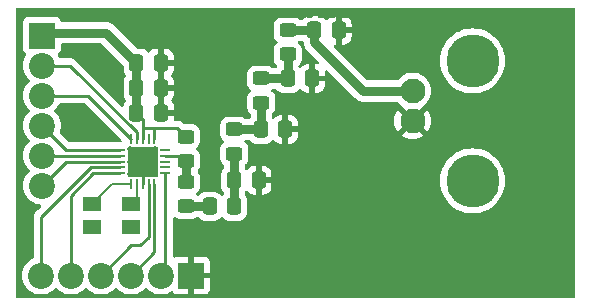
<source format=gbr>
%TF.GenerationSoftware,KiCad,Pcbnew,8.0.3*%
%TF.CreationDate,2024-10-19T23:10:20+02:00*%
%TF.ProjectId,aprs_test_board,61707273-5f74-4657-9374-5f626f617264,rev?*%
%TF.SameCoordinates,Original*%
%TF.FileFunction,Copper,L1,Top*%
%TF.FilePolarity,Positive*%
%FSLAX46Y46*%
G04 Gerber Fmt 4.6, Leading zero omitted, Abs format (unit mm)*
G04 Created by KiCad (PCBNEW 8.0.3) date 2024-10-19 23:10:20*
%MOMM*%
%LPD*%
G01*
G04 APERTURE LIST*
G04 Aperture macros list*
%AMRoundRect*
0 Rectangle with rounded corners*
0 $1 Rounding radius*
0 $2 $3 $4 $5 $6 $7 $8 $9 X,Y pos of 4 corners*
0 Add a 4 corners polygon primitive as box body*
4,1,4,$2,$3,$4,$5,$6,$7,$8,$9,$2,$3,0*
0 Add four circle primitives for the rounded corners*
1,1,$1+$1,$2,$3*
1,1,$1+$1,$4,$5*
1,1,$1+$1,$6,$7*
1,1,$1+$1,$8,$9*
0 Add four rect primitives between the rounded corners*
20,1,$1+$1,$2,$3,$4,$5,0*
20,1,$1+$1,$4,$5,$6,$7,0*
20,1,$1+$1,$6,$7,$8,$9,0*
20,1,$1+$1,$8,$9,$2,$3,0*%
G04 Aperture macros list end*
%TA.AperFunction,SMDPad,CuDef*%
%ADD10R,1.600000X1.300000*%
%TD*%
%TA.AperFunction,SMDPad,CuDef*%
%ADD11RoundRect,0.250000X-0.337500X-0.475000X0.337500X-0.475000X0.337500X0.475000X-0.337500X0.475000X0*%
%TD*%
%TA.AperFunction,SMDPad,CuDef*%
%ADD12RoundRect,0.250000X0.450000X-0.325000X0.450000X0.325000X-0.450000X0.325000X-0.450000X-0.325000X0*%
%TD*%
%TA.AperFunction,SMDPad,CuDef*%
%ADD13RoundRect,0.250000X0.337500X0.475000X-0.337500X0.475000X-0.337500X-0.475000X0.337500X-0.475000X0*%
%TD*%
%TA.AperFunction,SMDPad,CuDef*%
%ADD14RoundRect,0.250000X-0.450000X0.325000X-0.450000X-0.325000X0.450000X-0.325000X0.450000X0.325000X0*%
%TD*%
%TA.AperFunction,HeatsinkPad*%
%ADD15C,0.500000*%
%TD*%
%TA.AperFunction,ComponentPad*%
%ADD16R,2.200000X2.200000*%
%TD*%
%TA.AperFunction,ComponentPad*%
%ADD17C,2.200000*%
%TD*%
%TA.AperFunction,SMDPad,CuDef*%
%ADD18RoundRect,0.062500X0.362500X0.062500X-0.362500X0.062500X-0.362500X-0.062500X0.362500X-0.062500X0*%
%TD*%
%TA.AperFunction,SMDPad,CuDef*%
%ADD19RoundRect,0.062500X0.062500X0.362500X-0.062500X0.362500X-0.062500X-0.362500X0.062500X-0.362500X0*%
%TD*%
%TA.AperFunction,HeatsinkPad*%
%ADD20R,2.600000X2.600000*%
%TD*%
%TA.AperFunction,ComponentPad*%
%ADD21C,2.100000*%
%TD*%
%TA.AperFunction,ComponentPad*%
%ADD22C,4.500000*%
%TD*%
%TA.AperFunction,ViaPad*%
%ADD23C,0.600000*%
%TD*%
%TA.AperFunction,Conductor*%
%ADD24C,0.200000*%
%TD*%
%TA.AperFunction,Conductor*%
%ADD25C,0.250000*%
%TD*%
%TA.AperFunction,Conductor*%
%ADD26C,0.800000*%
%TD*%
G04 APERTURE END LIST*
D10*
%TO.P,Y1,1,1*%
%TO.N,Net-(U1-XIN)*%
X99920000Y-106980000D03*
%TO.P,Y1,2,2*%
%TO.N,Net-(U1-XOUT)*%
X96620000Y-106980000D03*
%TO.P,Y1,3*%
%TO.N,N/C*%
X96620000Y-108980000D03*
%TO.P,Y1,4*%
X99920000Y-108980000D03*
%TD*%
D11*
%TO.P,C8,1*%
%TO.N,+3.3V*%
X100345000Y-95080000D03*
%TO.P,C8,2*%
%TO.N,GND*%
X102420000Y-95080000D03*
%TD*%
D12*
%TO.P,L4,1,1*%
%TO.N,Net-(C3-Pad2)*%
X110910000Y-98430000D03*
%TO.P,L4,2,2*%
%TO.N,Net-(C4-Pad2)*%
X110910000Y-96380000D03*
%TD*%
D13*
%TO.P,C5,1*%
%TO.N,GND*%
X117467500Y-92300000D03*
%TO.P,C5,2*%
%TO.N,Net-(J1-In)*%
X115392500Y-92300000D03*
%TD*%
%TO.P,C4,1*%
%TO.N,GND*%
X115237500Y-96385000D03*
%TO.P,C4,2*%
%TO.N,Net-(C4-Pad2)*%
X113162500Y-96385000D03*
%TD*%
D12*
%TO.P,L5,1,1*%
%TO.N,Net-(C4-Pad2)*%
X113160000Y-94355000D03*
%TO.P,L5,2,2*%
%TO.N,Net-(J1-In)*%
X113160000Y-92305000D03*
%TD*%
D13*
%TO.P,C3,1*%
%TO.N,GND*%
X112957500Y-100685000D03*
%TO.P,C3,2*%
%TO.N,Net-(C3-Pad2)*%
X110882500Y-100685000D03*
%TD*%
D14*
%TO.P,L1,1,1*%
%TO.N,+3.3V*%
X104530000Y-101312500D03*
%TO.P,L1,2,2*%
%TO.N,Net-(U1-TX)*%
X104530000Y-103362500D03*
%TD*%
D13*
%TO.P,C2,1*%
%TO.N,GND*%
X110687500Y-104995000D03*
%TO.P,C2,2*%
%TO.N,Net-(C1-Pad2)*%
X108612500Y-104995000D03*
%TD*%
D11*
%TO.P,C7,1*%
%TO.N,+3.3V*%
X100345000Y-97190000D03*
%TO.P,C7,2*%
%TO.N,GND*%
X102420000Y-97190000D03*
%TD*%
D15*
%TO.P,,21,GND*%
%TO.N,GND*%
X99820000Y-103420000D03*
%TD*%
D11*
%TO.P,C6,1*%
%TO.N,+3.3V*%
X100342500Y-99290000D03*
%TO.P,C6,2*%
%TO.N,GND*%
X102417500Y-99290000D03*
%TD*%
D16*
%TO.P,J2,1,Pin_1*%
%TO.N,+3.3V*%
X92350000Y-92750000D03*
D17*
%TO.P,J2,2,Pin_2*%
%TO.N,Net-(J2-Pin_2)*%
X92350000Y-95290000D03*
%TO.P,J2,3,Pin_3*%
%TO.N,Net-(J2-Pin_3)*%
X92350000Y-97830000D03*
%TO.P,J2,4,Pin_4*%
%TO.N,Net-(J2-Pin_4)*%
X92350000Y-100370000D03*
%TO.P,J2,5,Pin_5*%
%TO.N,Net-(J2-Pin_5)*%
X92350000Y-102910000D03*
%TO.P,J2,6,Pin_6*%
%TO.N,Net-(J2-Pin_6)*%
X92350000Y-105450000D03*
%TD*%
D16*
%TO.P,J3,1,Pin_1*%
%TO.N,GND*%
X104960000Y-113070000D03*
D17*
%TO.P,J3,2,Pin_2*%
%TO.N,/SDN*%
X102420000Y-113070000D03*
%TO.P,J3,3,Pin_3*%
%TO.N,Net-(J3-Pin_3)*%
X99880000Y-113070000D03*
%TO.P,J3,4,Pin_4*%
%TO.N,Net-(J3-Pin_4)*%
X97340000Y-113070000D03*
%TO.P,J3,5,Pin_5*%
%TO.N,Net-(J3-Pin_5)*%
X94800000Y-113070000D03*
%TO.P,J3,6,Pin_6*%
%TO.N,Net-(J3-Pin_6)*%
X92260000Y-113070000D03*
%TD*%
D15*
%TO.P,,21,GND*%
%TO.N,GND*%
X100870000Y-104470000D03*
%TD*%
D14*
%TO.P,L2,1,1*%
%TO.N,Net-(U1-TX)*%
X104520000Y-105160000D03*
%TO.P,L2,2,2*%
%TO.N,Net-(C1-Pad1)*%
X104520000Y-107210000D03*
%TD*%
D18*
%TO.P,U1,1,SDN*%
%TO.N,/SDN*%
X102795000Y-104420000D03*
%TO.P,U1,2,RXp*%
%TO.N,unconnected-(U1-RXp-Pad2)*%
X102795000Y-103920000D03*
%TO.P,U1,3,RXn*%
%TO.N,unconnected-(U1-RXn-Pad3)*%
X102795000Y-103420000D03*
%TO.P,U1,4,TX*%
%TO.N,Net-(U1-TX)*%
X102795000Y-102920000D03*
%TO.P,U1,5,NC*%
%TO.N,unconnected-(U1-NC-Pad5)*%
X102795000Y-102420000D03*
D19*
%TO.P,U1,6,VDD*%
%TO.N,+3.3V*%
X101870000Y-101495000D03*
%TO.P,U1,7,TXRAMP*%
%TO.N,unconnected-(U1-TXRAMP-Pad7)*%
X101370000Y-101495000D03*
%TO.P,U1,8,VDD*%
%TO.N,+3.3V*%
X100870000Y-101495000D03*
%TO.P,U1,9,GPIO0*%
%TO.N,Net-(J2-Pin_2)*%
X100370000Y-101495000D03*
%TO.P,U1,10,GPIO1*%
%TO.N,Net-(J2-Pin_3)*%
X99870000Y-101495000D03*
D18*
%TO.P,U1,11,~{IRQ}*%
%TO.N,Net-(J2-Pin_4)*%
X98945000Y-102420000D03*
%TO.P,U1,12,SCLK*%
%TO.N,Net-(J2-Pin_5)*%
X98945000Y-102920000D03*
%TO.P,U1,13,SDO*%
%TO.N,Net-(J2-Pin_6)*%
X98945000Y-103420000D03*
%TO.P,U1,14,SDI*%
%TO.N,Net-(J3-Pin_6)*%
X98945000Y-103920000D03*
%TO.P,U1,15,~{SEL}*%
%TO.N,Net-(J3-Pin_5)*%
X98945000Y-104420000D03*
D19*
%TO.P,U1,16,XOUT*%
%TO.N,Net-(U1-XOUT)*%
X99870000Y-105345000D03*
%TO.P,U1,17,XIN*%
%TO.N,Net-(U1-XIN)*%
X100370000Y-105345000D03*
%TO.P,U1,18,GND*%
%TO.N,GND*%
X100870000Y-105345000D03*
%TO.P,U1,19,GPIO2*%
%TO.N,Net-(J3-Pin_4)*%
X101370000Y-105345000D03*
%TO.P,U1,20,GPIO3*%
%TO.N,Net-(J3-Pin_3)*%
X101870000Y-105345000D03*
D15*
%TO.P,U1,21,GND*%
%TO.N,GND*%
X101920000Y-104470000D03*
X101920000Y-102370000D03*
D20*
X100870000Y-103420000D03*
D15*
X99820000Y-104470000D03*
X99820000Y-102370000D03*
%TD*%
%TO.P,,21,GND*%
%TO.N,GND*%
X100880000Y-103430000D03*
%TD*%
D12*
%TO.P,L3,1,1*%
%TO.N,Net-(C1-Pad2)*%
X108630000Y-102750000D03*
%TO.P,L3,2,2*%
%TO.N,Net-(C3-Pad2)*%
X108630000Y-100700000D03*
%TD*%
D15*
%TO.P,,21,GND*%
%TO.N,GND*%
X101920000Y-103420000D03*
%TD*%
%TO.P,,21,GND*%
%TO.N,GND*%
X100870000Y-102420000D03*
%TD*%
D21*
%TO.P,J1,1,In*%
%TO.N,Net-(J1-In)*%
X123720000Y-97440000D03*
%TO.P,J1,2,Ext*%
%TO.N,GND*%
X123720000Y-99980000D03*
D22*
%TO.P,J1,MH1*%
%TO.N,N/C*%
X128800000Y-94900000D03*
%TO.P,J1,MH2*%
X128800000Y-105060000D03*
%TD*%
D11*
%TO.P,C1,1*%
%TO.N,Net-(C1-Pad1)*%
X106542500Y-107205000D03*
%TO.P,C1,2*%
%TO.N,Net-(C1-Pad2)*%
X108617500Y-107205000D03*
%TD*%
D23*
%TO.N,GND*%
X117000000Y-98000000D03*
X106580000Y-104530000D03*
X135000000Y-114000000D03*
X134000000Y-110000000D03*
X116650000Y-96390000D03*
X109000000Y-110000000D03*
X133000000Y-114000000D03*
X134000000Y-98000000D03*
X119630000Y-95510000D03*
X104170000Y-108910000D03*
X117990000Y-93940000D03*
X106940000Y-108980000D03*
X112620000Y-98960000D03*
X118550000Y-94490000D03*
X117000000Y-110000000D03*
X137000000Y-100000000D03*
X98000000Y-91000000D03*
X109000000Y-114000000D03*
X106000000Y-91000000D03*
X129000000Y-110000000D03*
X122000000Y-94000000D03*
X111470000Y-93350000D03*
X108000000Y-99160000D03*
X137000000Y-102000000D03*
X137000000Y-110000000D03*
X110560000Y-94880000D03*
X137000000Y-92000000D03*
X106610000Y-101140000D03*
X132000000Y-91000000D03*
X126000000Y-91000000D03*
X115000000Y-114000000D03*
X121000000Y-110000000D03*
X106030000Y-108970000D03*
X121210000Y-98830000D03*
X112000000Y-91000000D03*
X111450000Y-92450000D03*
X128000000Y-91000000D03*
X118730000Y-98550000D03*
X130000000Y-91000000D03*
X125550000Y-94000000D03*
X110350000Y-103200000D03*
X107000000Y-114000000D03*
X107350000Y-99550000D03*
X113000000Y-91000000D03*
X113000000Y-106000000D03*
X136000000Y-91000000D03*
X121050000Y-96050000D03*
X91000000Y-110000000D03*
X124000000Y-91000000D03*
X107890000Y-108950000D03*
X106610000Y-102760000D03*
X113000000Y-110000000D03*
X137000000Y-94000000D03*
X111480000Y-94890000D03*
X125000000Y-110000000D03*
X137000000Y-96000000D03*
X108000000Y-95000000D03*
X110210000Y-107790000D03*
X96000000Y-91000000D03*
X118000000Y-91000000D03*
X137000000Y-98000000D03*
X109000000Y-99210000D03*
X137000000Y-112000000D03*
X102000000Y-91000000D03*
X111450000Y-91540000D03*
X121000000Y-106000000D03*
X117000000Y-106000000D03*
X123000000Y-114000000D03*
X125000000Y-114000000D03*
X117000000Y-114000000D03*
X109170000Y-96670000D03*
X100000000Y-91000000D03*
X111480000Y-94160000D03*
X129000000Y-114000000D03*
X117000000Y-102000000D03*
X106580000Y-105380000D03*
X125000000Y-106000000D03*
X120000000Y-91000000D03*
X137000000Y-108000000D03*
X105070000Y-108950000D03*
X137000000Y-114000000D03*
X121000000Y-102000000D03*
X114000000Y-91000000D03*
X134000000Y-102000000D03*
X118130000Y-98050000D03*
X104000000Y-91000000D03*
X117000000Y-91000000D03*
X112580000Y-98020000D03*
X134000000Y-106000000D03*
X137000000Y-104000000D03*
X121820000Y-96070000D03*
X109620000Y-94920000D03*
X117580000Y-97470000D03*
X119120000Y-95010000D03*
X113600000Y-98040000D03*
X125000000Y-102000000D03*
X122030000Y-98810000D03*
X109190000Y-95730000D03*
X134000000Y-91000000D03*
X137000000Y-106000000D03*
X119500000Y-98830000D03*
X116000000Y-91000000D03*
X113000000Y-114000000D03*
X110000000Y-91000000D03*
X121000000Y-114000000D03*
X109120000Y-98440000D03*
X134000000Y-94000000D03*
X122600000Y-95830000D03*
X119000000Y-114000000D03*
X115000000Y-91000000D03*
X106900000Y-100350000D03*
X110300000Y-106780000D03*
X127000000Y-114000000D03*
X116970000Y-96990000D03*
X120370000Y-98810000D03*
X131000000Y-114000000D03*
X111000000Y-114000000D03*
X91000000Y-108000000D03*
X108000000Y-91000000D03*
X108880000Y-108950000D03*
X96000000Y-100000000D03*
X96000000Y-95000000D03*
X120260000Y-95960000D03*
X106610000Y-103640000D03*
X122000000Y-91000000D03*
X104000000Y-95000000D03*
X109130000Y-97570000D03*
X109790000Y-108690000D03*
X110370000Y-102370000D03*
X106590000Y-101950000D03*
%TD*%
D24*
%TO.N,Net-(U1-XOUT)*%
X98255000Y-105345000D02*
X96620000Y-106980000D01*
X99870000Y-105345000D02*
X98255000Y-105345000D01*
%TO.N,Net-(U1-XIN)*%
X100370000Y-106530000D02*
X99920000Y-106980000D01*
X100370000Y-105345000D02*
X100370000Y-106530000D01*
D25*
%TO.N,Net-(J3-Pin_4)*%
X101370000Y-109825000D02*
X101370000Y-105345000D01*
X100685000Y-110510000D02*
X101370000Y-109825000D01*
X99900000Y-110510000D02*
X100685000Y-110510000D01*
X97340000Y-113070000D02*
X99900000Y-110510000D01*
%TO.N,Net-(J3-Pin_5)*%
X94800000Y-106300000D02*
X94800000Y-113070000D01*
X98945000Y-104420000D02*
X96680000Y-104420000D01*
X96680000Y-104420000D02*
X94800000Y-106300000D01*
D26*
%TO.N,Net-(C1-Pad2)*%
X108630000Y-102750000D02*
X108630000Y-104977500D01*
X108630000Y-104977500D02*
X108612500Y-104995000D01*
X108617500Y-105000000D02*
X108612500Y-104995000D01*
X108617500Y-107205000D02*
X108617500Y-105000000D01*
D25*
%TO.N,Net-(U1-TX)*%
X104087500Y-102920000D02*
X104530000Y-103362500D01*
D26*
X104530000Y-103362500D02*
X104530000Y-105150000D01*
D25*
X102795000Y-102920000D02*
X104087500Y-102920000D01*
D26*
X104530000Y-105150000D02*
X104520000Y-105160000D01*
D25*
%TO.N,GND*%
X100870000Y-105345000D02*
X100870000Y-104470000D01*
D26*
%TO.N,Net-(C3-Pad2)*%
X108630000Y-100700000D02*
X110867500Y-100700000D01*
X110867500Y-100700000D02*
X110882500Y-100685000D01*
X110910000Y-98430000D02*
X110910000Y-100657500D01*
X110910000Y-100657500D02*
X110882500Y-100685000D01*
%TO.N,Net-(C4-Pad2)*%
X110910000Y-96380000D02*
X113157500Y-96380000D01*
X113157500Y-96380000D02*
X113162500Y-96385000D01*
X113160000Y-96382500D02*
X113162500Y-96385000D01*
X113160000Y-94355000D02*
X113160000Y-96382500D01*
%TO.N,Net-(J1-In)*%
X119530000Y-97440000D02*
X123720000Y-97440000D01*
X113160000Y-92305000D02*
X115387500Y-92305000D01*
X115392500Y-92300000D02*
X115392500Y-93302500D01*
X115392500Y-93302500D02*
X119530000Y-97440000D01*
X115387500Y-92305000D02*
X115392500Y-92300000D01*
D25*
%TO.N,+3.3V*%
X101870000Y-100580000D02*
X103797500Y-100580000D01*
X101870000Y-100580000D02*
X100870000Y-100580000D01*
X100870000Y-100580000D02*
X100870000Y-99817500D01*
D26*
X100345000Y-99287500D02*
X100342500Y-99290000D01*
X100345000Y-97190000D02*
X100345000Y-99287500D01*
X97775000Y-92510000D02*
X100345000Y-95080000D01*
X100345000Y-95080000D02*
X100345000Y-97190000D01*
X92350000Y-92510000D02*
X97775000Y-92510000D01*
D25*
X101870000Y-101495000D02*
X101870000Y-100580000D01*
X100870000Y-99817500D02*
X100342500Y-99290000D01*
X100870000Y-101495000D02*
X100870000Y-100580000D01*
X103797500Y-100580000D02*
X104530000Y-101312500D01*
%TO.N,Net-(J2-Pin_4)*%
X98945000Y-102420000D02*
X94400000Y-102420000D01*
X94400000Y-102420000D02*
X92350000Y-100370000D01*
%TO.N,Net-(J2-Pin_5)*%
X98935000Y-102910000D02*
X98945000Y-102920000D01*
X92350000Y-102910000D02*
X98935000Y-102910000D01*
%TO.N,Net-(J2-Pin_6)*%
X94380000Y-103420000D02*
X98945000Y-103420000D01*
X92350000Y-105450000D02*
X94380000Y-103420000D01*
%TO.N,Net-(J2-Pin_2)*%
X100370000Y-100950000D02*
X100370000Y-101495000D01*
X92350000Y-95290000D02*
X94710000Y-95290000D01*
X94710000Y-95290000D02*
X100370000Y-100950000D01*
%TO.N,Net-(J2-Pin_3)*%
X92350000Y-97830000D02*
X96205000Y-97830000D01*
X96205000Y-97830000D02*
X99870000Y-101495000D01*
%TO.N,/SDN*%
X102795000Y-112695000D02*
X102420000Y-113070000D01*
X102795000Y-104420000D02*
X102795000Y-112695000D01*
%TO.N,Net-(J3-Pin_3)*%
X99880000Y-113070000D02*
X101870000Y-111080000D01*
X101870000Y-111080000D02*
X101870000Y-105345000D01*
D26*
%TO.N,Net-(C1-Pad1)*%
X106537500Y-107210000D02*
X106542500Y-107205000D01*
X104520000Y-107210000D02*
X106537500Y-107210000D01*
D25*
%TO.N,Net-(J3-Pin_6)*%
X96460000Y-103920000D02*
X92260000Y-108120000D01*
X92260000Y-108120000D02*
X92260000Y-113070000D01*
X98945000Y-103920000D02*
X96460000Y-103920000D01*
%TD*%
%TA.AperFunction,Conductor*%
%TO.N,GND*%
G36*
X101652514Y-102404501D02*
G01*
X101652674Y-102403905D01*
X101660524Y-102406008D01*
X101660526Y-102406008D01*
X101660528Y-102406009D01*
X101763661Y-102419586D01*
X101827556Y-102447852D01*
X101866028Y-102506176D01*
X101870414Y-102526341D01*
X101883989Y-102629469D01*
X101886094Y-102637322D01*
X101882814Y-102638200D01*
X101888581Y-102692073D01*
X101885516Y-102702524D01*
X101886094Y-102702679D01*
X101883990Y-102710530D01*
X101882049Y-102725269D01*
X101853779Y-102789164D01*
X101846793Y-102796757D01*
X101748553Y-102894999D01*
X101748553Y-102895001D01*
X101839212Y-102985660D01*
X101872697Y-103046983D01*
X101874470Y-103057156D01*
X101883989Y-103129469D01*
X101886094Y-103137322D01*
X101882814Y-103138200D01*
X101888581Y-103192073D01*
X101885517Y-103202522D01*
X101886095Y-103202677D01*
X101883990Y-103210529D01*
X101869500Y-103320598D01*
X101869500Y-103332678D01*
X101863355Y-103335224D01*
X101835224Y-103363355D01*
X101820000Y-103400109D01*
X101820000Y-103439891D01*
X101835224Y-103476645D01*
X101863355Y-103504776D01*
X101869500Y-103507321D01*
X101869500Y-103519403D01*
X101883989Y-103629468D01*
X101886094Y-103637322D01*
X101882814Y-103638200D01*
X101888581Y-103692073D01*
X101885517Y-103702522D01*
X101886095Y-103702677D01*
X101883991Y-103710529D01*
X101874470Y-103782843D01*
X101846203Y-103846740D01*
X101839213Y-103854337D01*
X101748553Y-103944999D01*
X101846793Y-104043239D01*
X101880278Y-104104562D01*
X101882051Y-104114735D01*
X101883991Y-104129473D01*
X101886094Y-104137320D01*
X101882803Y-104138201D01*
X101888595Y-104191998D01*
X101885508Y-104202519D01*
X101886095Y-104202677D01*
X101883991Y-104210528D01*
X101870413Y-104313661D01*
X101842146Y-104377557D01*
X101783822Y-104416028D01*
X101763658Y-104420414D01*
X101660530Y-104433989D01*
X101652678Y-104436094D01*
X101651802Y-104432824D01*
X101597853Y-104438567D01*
X101587475Y-104435518D01*
X101587321Y-104436094D01*
X101579476Y-104433991D01*
X101564730Y-104432050D01*
X101500835Y-104403781D01*
X101493238Y-104396792D01*
X101395000Y-104298553D01*
X101304338Y-104389214D01*
X101243014Y-104422698D01*
X101232841Y-104424471D01*
X101160536Y-104433989D01*
X101160527Y-104433991D01*
X101023573Y-104490719D01*
X101023570Y-104490721D01*
X100945486Y-104550637D01*
X100880317Y-104575831D01*
X100851889Y-104570000D01*
X100889891Y-104570000D01*
X100926645Y-104554776D01*
X100954776Y-104526645D01*
X100970000Y-104489891D01*
X100970000Y-104450109D01*
X100954776Y-104413355D01*
X100926645Y-104385224D01*
X100889891Y-104370000D01*
X100850109Y-104370000D01*
X100813355Y-104385224D01*
X100785224Y-104413355D01*
X100770000Y-104450109D01*
X100770000Y-104489891D01*
X100785224Y-104526645D01*
X100813355Y-104554776D01*
X100848363Y-104569276D01*
X100811872Y-104561792D01*
X100794514Y-104550637D01*
X100716429Y-104490721D01*
X100716426Y-104490719D01*
X100590519Y-104438567D01*
X100579472Y-104433991D01*
X100551269Y-104430278D01*
X100507154Y-104424470D01*
X100443258Y-104396203D01*
X100435658Y-104389212D01*
X100345000Y-104298553D01*
X100246758Y-104396794D01*
X100185434Y-104430278D01*
X100175264Y-104432051D01*
X100160528Y-104433991D01*
X100152677Y-104436095D01*
X100151802Y-104432829D01*
X100097823Y-104438562D01*
X100087476Y-104435523D01*
X100087323Y-104436095D01*
X100079473Y-104433991D01*
X100079472Y-104433991D01*
X100045299Y-104429492D01*
X99976338Y-104420413D01*
X99912442Y-104392146D01*
X99873971Y-104333822D01*
X99869585Y-104313658D01*
X99866814Y-104292608D01*
X99856009Y-104210528D01*
X99856008Y-104210526D01*
X99856008Y-104210524D01*
X99853905Y-104202674D01*
X99857207Y-104201789D01*
X99851392Y-104148075D01*
X99854501Y-104137485D01*
X99853905Y-104137326D01*
X99856006Y-104129481D01*
X99856006Y-104129478D01*
X99856009Y-104129472D01*
X99857949Y-104114735D01*
X99886211Y-104050843D01*
X99893206Y-104043239D01*
X99981445Y-103955000D01*
X100708553Y-103955000D01*
X100870000Y-104116447D01*
X101041447Y-103945000D01*
X100880000Y-103783553D01*
X100708553Y-103955000D01*
X99981445Y-103955000D01*
X99991446Y-103944999D01*
X99900786Y-103854339D01*
X99867301Y-103793016D01*
X99865529Y-103782849D01*
X99856009Y-103710528D01*
X99856008Y-103710525D01*
X99853905Y-103702674D01*
X99857207Y-103701789D01*
X99851392Y-103648075D01*
X99854501Y-103637485D01*
X99853905Y-103637326D01*
X99856008Y-103629475D01*
X99856008Y-103629474D01*
X99856009Y-103629472D01*
X99870500Y-103519401D01*
X99870499Y-103507321D01*
X99876645Y-103504776D01*
X99904776Y-103476645D01*
X99920000Y-103439891D01*
X99920000Y-103420000D01*
X100173553Y-103420000D01*
X100355000Y-103601447D01*
X100526447Y-103430000D01*
X100506556Y-103410109D01*
X100780000Y-103410109D01*
X100780000Y-103449891D01*
X100795224Y-103486645D01*
X100823355Y-103514776D01*
X100860109Y-103530000D01*
X100899891Y-103530000D01*
X100936645Y-103514776D01*
X100964776Y-103486645D01*
X100980000Y-103449891D01*
X100980000Y-103430000D01*
X101233553Y-103430000D01*
X101395000Y-103591447D01*
X101566447Y-103420000D01*
X101405000Y-103258553D01*
X101233553Y-103430000D01*
X100980000Y-103430000D01*
X100980000Y-103410109D01*
X100964776Y-103373355D01*
X100936645Y-103345224D01*
X100899891Y-103330000D01*
X100860109Y-103330000D01*
X100823355Y-103345224D01*
X100795224Y-103373355D01*
X100780000Y-103410109D01*
X100506556Y-103410109D01*
X100345000Y-103248553D01*
X100173553Y-103420000D01*
X99920000Y-103420000D01*
X99920000Y-103400109D01*
X99904776Y-103363355D01*
X99876645Y-103335224D01*
X99870499Y-103332678D01*
X99870499Y-103320600D01*
X99856009Y-103210528D01*
X99856008Y-103210525D01*
X99853905Y-103202674D01*
X99857207Y-103201789D01*
X99851392Y-103148075D01*
X99854501Y-103137485D01*
X99853905Y-103137326D01*
X99856008Y-103129474D01*
X99856007Y-103129474D01*
X99856009Y-103129472D01*
X99865529Y-103057154D01*
X99893795Y-102993259D01*
X99900787Y-102985658D01*
X99966445Y-102920000D01*
X100723553Y-102920000D01*
X100880000Y-103076447D01*
X101026447Y-102930000D01*
X100870000Y-102773553D01*
X100723553Y-102920000D01*
X99966445Y-102920000D01*
X99991446Y-102894999D01*
X99893207Y-102796760D01*
X99859722Y-102735437D01*
X99857948Y-102725260D01*
X99856009Y-102710528D01*
X99856008Y-102710525D01*
X99853906Y-102702679D01*
X99857208Y-102701794D01*
X99851392Y-102648075D01*
X99854501Y-102637485D01*
X99853905Y-102637326D01*
X99856008Y-102629475D01*
X99856008Y-102629474D01*
X99856009Y-102629472D01*
X99869586Y-102526337D01*
X99897852Y-102462443D01*
X99956176Y-102423971D01*
X99976337Y-102419585D01*
X100079472Y-102406009D01*
X100079474Y-102406008D01*
X100079475Y-102406008D01*
X100087326Y-102403905D01*
X100088210Y-102407207D01*
X100141925Y-102401392D01*
X100152514Y-102404501D01*
X100152674Y-102403905D01*
X100160519Y-102406006D01*
X100160521Y-102406006D01*
X100160528Y-102406009D01*
X100175263Y-102407948D01*
X100239157Y-102436212D01*
X100246759Y-102443206D01*
X100369999Y-102566446D01*
X100493238Y-102443207D01*
X100554562Y-102409722D01*
X100564728Y-102407949D01*
X100579472Y-102406009D01*
X100579475Y-102406007D01*
X100587321Y-102403906D01*
X100588205Y-102407208D01*
X100641925Y-102401392D01*
X100652514Y-102404501D01*
X100652674Y-102403905D01*
X100660524Y-102406008D01*
X100660526Y-102406008D01*
X100660528Y-102406009D01*
X100770000Y-102420421D01*
X100770000Y-102439891D01*
X100785224Y-102476645D01*
X100813355Y-102504776D01*
X100850109Y-102520000D01*
X100889891Y-102520000D01*
X100926645Y-102504776D01*
X100954776Y-102476645D01*
X100970000Y-102439891D01*
X100970000Y-102420420D01*
X100986087Y-102418302D01*
X101079472Y-102406009D01*
X101079475Y-102406007D01*
X101087326Y-102403905D01*
X101088210Y-102407207D01*
X101141925Y-102401392D01*
X101152514Y-102404501D01*
X101152674Y-102403905D01*
X101160519Y-102406006D01*
X101160521Y-102406006D01*
X101160528Y-102406009D01*
X101175263Y-102407948D01*
X101239157Y-102436212D01*
X101246759Y-102443206D01*
X101369999Y-102566446D01*
X101493239Y-102443206D01*
X101554562Y-102409721D01*
X101564729Y-102407949D01*
X101579472Y-102406009D01*
X101587321Y-102403906D01*
X101588205Y-102407208D01*
X101641925Y-102401392D01*
X101652514Y-102404501D01*
G37*
%TD.AperFunction*%
%TA.AperFunction,Conductor*%
G36*
X95961587Y-98475185D02*
G01*
X95982229Y-98491819D01*
X99073228Y-101582819D01*
X99106713Y-101644142D01*
X99101729Y-101713834D01*
X99059857Y-101769767D01*
X98994393Y-101794184D01*
X98985547Y-101794500D01*
X94710452Y-101794500D01*
X94643413Y-101774815D01*
X94622771Y-101758181D01*
X93892646Y-101028056D01*
X93859161Y-100966733D01*
X93864145Y-100897041D01*
X93865734Y-100893000D01*
X93876873Y-100866111D01*
X93935683Y-100621148D01*
X93955449Y-100370000D01*
X93935683Y-100118852D01*
X93876873Y-99873889D01*
X93780466Y-99641140D01*
X93648839Y-99426346D01*
X93648838Y-99426343D01*
X93485224Y-99234776D01*
X93472204Y-99223656D01*
X93437819Y-99194289D01*
X93399627Y-99135784D01*
X93399128Y-99065916D01*
X93436482Y-99006870D01*
X93437756Y-99005764D01*
X93485224Y-98965224D01*
X93648836Y-98773659D01*
X93780466Y-98558859D01*
X93791572Y-98532048D01*
X93835412Y-98477644D01*
X93901706Y-98455579D01*
X93906133Y-98455500D01*
X95894548Y-98455500D01*
X95961587Y-98475185D01*
G37*
%TD.AperFunction*%
%TA.AperFunction,Conductor*%
G36*
X97417677Y-93430185D02*
G01*
X97438319Y-93446819D01*
X99220681Y-95229181D01*
X99254166Y-95290504D01*
X99257000Y-95316862D01*
X99257000Y-95605000D01*
X99257001Y-95605019D01*
X99267500Y-95707796D01*
X99267501Y-95707799D01*
X99322685Y-95874331D01*
X99322687Y-95874336D01*
X99324404Y-95877119D01*
X99414788Y-96023656D01*
X99414790Y-96023658D01*
X99417766Y-96027422D01*
X99443907Y-96092217D01*
X99444500Y-96104333D01*
X99444500Y-96165666D01*
X99424815Y-96232705D01*
X99417770Y-96242572D01*
X99414791Y-96246339D01*
X99322687Y-96395663D01*
X99322685Y-96395668D01*
X99322615Y-96395880D01*
X99267501Y-96562203D01*
X99267501Y-96562204D01*
X99267500Y-96562204D01*
X99257000Y-96664983D01*
X99257000Y-97715001D01*
X99257001Y-97715019D01*
X99267500Y-97817796D01*
X99267501Y-97817799D01*
X99301573Y-97920619D01*
X99322686Y-97984334D01*
X99414788Y-98133656D01*
X99414790Y-98133658D01*
X99417766Y-98137422D01*
X99443907Y-98202217D01*
X99444500Y-98214333D01*
X99444500Y-98262770D01*
X99424815Y-98329809D01*
X99416331Y-98340337D01*
X99416766Y-98340681D01*
X99412290Y-98346341D01*
X99320187Y-98495663D01*
X99320185Y-98495668D01*
X99265001Y-98662204D01*
X99263880Y-98673175D01*
X99237482Y-98737866D01*
X99180301Y-98778016D01*
X99110490Y-98780878D01*
X99052841Y-98748251D01*
X95200198Y-94895608D01*
X95200178Y-94895586D01*
X95108733Y-94804141D01*
X95057509Y-94769915D01*
X95006287Y-94735689D01*
X95006286Y-94735688D01*
X95006283Y-94735686D01*
X95006280Y-94735685D01*
X94925792Y-94702347D01*
X94892453Y-94688537D01*
X94882427Y-94686543D01*
X94832029Y-94676518D01*
X94771610Y-94664500D01*
X94771607Y-94664500D01*
X94771606Y-94664500D01*
X93906133Y-94664500D01*
X93839094Y-94644815D01*
X93793339Y-94592011D01*
X93791572Y-94587952D01*
X93780467Y-94561143D01*
X93780466Y-94561141D01*
X93713769Y-94452302D01*
X93699478Y-94428982D01*
X93681234Y-94361538D01*
X93702350Y-94294935D01*
X93730891Y-94264929D01*
X93807546Y-94207546D01*
X93893796Y-94092331D01*
X93944091Y-93957483D01*
X93950500Y-93897873D01*
X93950500Y-93534500D01*
X93970185Y-93467461D01*
X94022989Y-93421706D01*
X94074500Y-93410500D01*
X97350638Y-93410500D01*
X97417677Y-93430185D01*
G37*
%TD.AperFunction*%
%TA.AperFunction,Conductor*%
G36*
X137442539Y-90460185D02*
G01*
X137488294Y-90512989D01*
X137499500Y-90564500D01*
X137499500Y-114865500D01*
X137479815Y-114932539D01*
X137427011Y-114978294D01*
X137375500Y-114989500D01*
X90234500Y-114989500D01*
X90167461Y-114969815D01*
X90121706Y-114917011D01*
X90110500Y-114865500D01*
X90110500Y-113070000D01*
X90654551Y-113070000D01*
X90674317Y-113321151D01*
X90733126Y-113566110D01*
X90829533Y-113798859D01*
X90961160Y-114013653D01*
X90961161Y-114013656D01*
X90961164Y-114013659D01*
X91124776Y-114205224D01*
X91209259Y-114277379D01*
X91316343Y-114368838D01*
X91316346Y-114368839D01*
X91531140Y-114500466D01*
X91763889Y-114596873D01*
X92008852Y-114655683D01*
X92260000Y-114675449D01*
X92511148Y-114655683D01*
X92756111Y-114596873D01*
X92988859Y-114500466D01*
X93203659Y-114368836D01*
X93395224Y-114205224D01*
X93435710Y-114157819D01*
X93494216Y-114119627D01*
X93564084Y-114119128D01*
X93623130Y-114156482D01*
X93624235Y-114157756D01*
X93664775Y-114205223D01*
X93664776Y-114205224D01*
X93856343Y-114368838D01*
X93856346Y-114368839D01*
X94071140Y-114500466D01*
X94303889Y-114596873D01*
X94548852Y-114655683D01*
X94800000Y-114675449D01*
X95051148Y-114655683D01*
X95296111Y-114596873D01*
X95528859Y-114500466D01*
X95743659Y-114368836D01*
X95935224Y-114205224D01*
X95975710Y-114157819D01*
X96034216Y-114119627D01*
X96104084Y-114119128D01*
X96163130Y-114156482D01*
X96164235Y-114157756D01*
X96204775Y-114205223D01*
X96204776Y-114205224D01*
X96396343Y-114368838D01*
X96396346Y-114368839D01*
X96611140Y-114500466D01*
X96843889Y-114596873D01*
X97088852Y-114655683D01*
X97340000Y-114675449D01*
X97591148Y-114655683D01*
X97836111Y-114596873D01*
X98068859Y-114500466D01*
X98283659Y-114368836D01*
X98475224Y-114205224D01*
X98515710Y-114157819D01*
X98574216Y-114119627D01*
X98644084Y-114119128D01*
X98703130Y-114156482D01*
X98704235Y-114157756D01*
X98744775Y-114205223D01*
X98744776Y-114205224D01*
X98936343Y-114368838D01*
X98936346Y-114368839D01*
X99151140Y-114500466D01*
X99383889Y-114596873D01*
X99628852Y-114655683D01*
X99880000Y-114675449D01*
X100131148Y-114655683D01*
X100376111Y-114596873D01*
X100608859Y-114500466D01*
X100823659Y-114368836D01*
X101015224Y-114205224D01*
X101055710Y-114157819D01*
X101114216Y-114119627D01*
X101184084Y-114119128D01*
X101243130Y-114156482D01*
X101244235Y-114157756D01*
X101284775Y-114205223D01*
X101284776Y-114205224D01*
X101476343Y-114368838D01*
X101476346Y-114368839D01*
X101691140Y-114500466D01*
X101923889Y-114596873D01*
X102168852Y-114655683D01*
X102420000Y-114675449D01*
X102671148Y-114655683D01*
X102916111Y-114596873D01*
X103148859Y-114500466D01*
X103281445Y-114419217D01*
X103348890Y-114400972D01*
X103415493Y-114422088D01*
X103445502Y-114450633D01*
X103502813Y-114527190D01*
X103617906Y-114613350D01*
X103617913Y-114613354D01*
X103752620Y-114663596D01*
X103752627Y-114663598D01*
X103812155Y-114669999D01*
X103812172Y-114670000D01*
X104710000Y-114670000D01*
X104710000Y-113503012D01*
X104767007Y-113535925D01*
X104894174Y-113570000D01*
X105025826Y-113570000D01*
X105152993Y-113535925D01*
X105210000Y-113503012D01*
X105210000Y-114670000D01*
X106107828Y-114670000D01*
X106107844Y-114669999D01*
X106167372Y-114663598D01*
X106167379Y-114663596D01*
X106302086Y-114613354D01*
X106302093Y-114613350D01*
X106417187Y-114527190D01*
X106417190Y-114527187D01*
X106503350Y-114412093D01*
X106503354Y-114412086D01*
X106553596Y-114277379D01*
X106553598Y-114277372D01*
X106559999Y-114217844D01*
X106560000Y-114217827D01*
X106560000Y-113320000D01*
X105393012Y-113320000D01*
X105425925Y-113262993D01*
X105460000Y-113135826D01*
X105460000Y-113004174D01*
X105425925Y-112877007D01*
X105393012Y-112820000D01*
X106560000Y-112820000D01*
X106560000Y-111922172D01*
X106559999Y-111922155D01*
X106553598Y-111862627D01*
X106553596Y-111862620D01*
X106503354Y-111727913D01*
X106503350Y-111727906D01*
X106417190Y-111612812D01*
X106417187Y-111612809D01*
X106302093Y-111526649D01*
X106302086Y-111526645D01*
X106167379Y-111476403D01*
X106167372Y-111476401D01*
X106107844Y-111470000D01*
X105210000Y-111470000D01*
X105210000Y-112636988D01*
X105152993Y-112604075D01*
X105025826Y-112570000D01*
X104894174Y-112570000D01*
X104767007Y-112604075D01*
X104710000Y-112636988D01*
X104710000Y-111470000D01*
X103812155Y-111470000D01*
X103752627Y-111476401D01*
X103752620Y-111476403D01*
X103617913Y-111526645D01*
X103610128Y-111530897D01*
X103609363Y-111529497D01*
X103553343Y-111550390D01*
X103485070Y-111535537D01*
X103435666Y-111486130D01*
X103420500Y-111426706D01*
X103420500Y-108238340D01*
X103440185Y-108171301D01*
X103492989Y-108125546D01*
X103562147Y-108115602D01*
X103609591Y-108132798D01*
X103750666Y-108219814D01*
X103917203Y-108274999D01*
X104019991Y-108285500D01*
X105020008Y-108285499D01*
X105020016Y-108285498D01*
X105020019Y-108285498D01*
X105076302Y-108279748D01*
X105122797Y-108274999D01*
X105289334Y-108219814D01*
X105436631Y-108128960D01*
X105501727Y-108110500D01*
X105522770Y-108110500D01*
X105589809Y-108130185D01*
X105610451Y-108146819D01*
X105612288Y-108148656D01*
X105736344Y-108272712D01*
X105885666Y-108364814D01*
X106052203Y-108419999D01*
X106154991Y-108430500D01*
X106930008Y-108430499D01*
X106930016Y-108430498D01*
X106930019Y-108430498D01*
X106986302Y-108424748D01*
X107032797Y-108419999D01*
X107199334Y-108364814D01*
X107348656Y-108272712D01*
X107472712Y-108148656D01*
X107474461Y-108145819D01*
X107476169Y-108144283D01*
X107477193Y-108142989D01*
X107477414Y-108143163D01*
X107526406Y-108099096D01*
X107595368Y-108087872D01*
X107659451Y-108115713D01*
X107685537Y-108145817D01*
X107687288Y-108148656D01*
X107811344Y-108272712D01*
X107960666Y-108364814D01*
X108127203Y-108419999D01*
X108229991Y-108430500D01*
X109005008Y-108430499D01*
X109005016Y-108430498D01*
X109005019Y-108430498D01*
X109061302Y-108424748D01*
X109107797Y-108419999D01*
X109274334Y-108364814D01*
X109423656Y-108272712D01*
X109547712Y-108148656D01*
X109639814Y-107999334D01*
X109694999Y-107832797D01*
X109705500Y-107730009D01*
X109705499Y-106679992D01*
X109694999Y-106577203D01*
X109639814Y-106410666D01*
X109547712Y-106261344D01*
X109547709Y-106261341D01*
X109547708Y-106261339D01*
X109544730Y-106257572D01*
X109518593Y-106192776D01*
X109518000Y-106180666D01*
X109518000Y-106013009D01*
X109537685Y-105945970D01*
X109541463Y-105940679D01*
X109542708Y-105938659D01*
X109542712Y-105938656D01*
X109544752Y-105935347D01*
X109546743Y-105933557D01*
X109547202Y-105932977D01*
X109547301Y-105933055D01*
X109596694Y-105888623D01*
X109665656Y-105877395D01*
X109729740Y-105905234D01*
X109755829Y-105935339D01*
X109757681Y-105938341D01*
X109757683Y-105938344D01*
X109881654Y-106062315D01*
X110030875Y-106154356D01*
X110030880Y-106154358D01*
X110197302Y-106209505D01*
X110197309Y-106209506D01*
X110300019Y-106219999D01*
X110437499Y-106219999D01*
X110937500Y-106219999D01*
X111074972Y-106219999D01*
X111074986Y-106219998D01*
X111177697Y-106209505D01*
X111344119Y-106154358D01*
X111344124Y-106154356D01*
X111493345Y-106062315D01*
X111617315Y-105938345D01*
X111709356Y-105789124D01*
X111709358Y-105789119D01*
X111764505Y-105622697D01*
X111764506Y-105622690D01*
X111774999Y-105519986D01*
X111775000Y-105519973D01*
X111775000Y-105245000D01*
X110937500Y-105245000D01*
X110937500Y-106219999D01*
X110437499Y-106219999D01*
X110437500Y-106219998D01*
X110437500Y-105060000D01*
X126044473Y-105060000D01*
X126064563Y-105392136D01*
X126064563Y-105392141D01*
X126064564Y-105392142D01*
X126124544Y-105719441D01*
X126124545Y-105719445D01*
X126124546Y-105719449D01*
X126223530Y-106037104D01*
X126223534Y-106037116D01*
X126223537Y-106037123D01*
X126360102Y-106340557D01*
X126532246Y-106625318D01*
X126532251Y-106625326D01*
X126737460Y-106887255D01*
X126972744Y-107122539D01*
X127234673Y-107327748D01*
X127234678Y-107327751D01*
X127234682Y-107327754D01*
X127519443Y-107499898D01*
X127822877Y-107636463D01*
X127822890Y-107636467D01*
X127822895Y-107636469D01*
X127955799Y-107677883D01*
X128140559Y-107735456D01*
X128467858Y-107795436D01*
X128800000Y-107815527D01*
X129132142Y-107795436D01*
X129459441Y-107735456D01*
X129777123Y-107636463D01*
X130080557Y-107499898D01*
X130365318Y-107327754D01*
X130627252Y-107122542D01*
X130862542Y-106887252D01*
X131067754Y-106625318D01*
X131239898Y-106340557D01*
X131376463Y-106037123D01*
X131475456Y-105719441D01*
X131535436Y-105392142D01*
X131555527Y-105060000D01*
X131535436Y-104727858D01*
X131475456Y-104400559D01*
X131417349Y-104214085D01*
X131376469Y-104082895D01*
X131376467Y-104082890D01*
X131376463Y-104082877D01*
X131239898Y-103779443D01*
X131067754Y-103494682D01*
X131067751Y-103494678D01*
X131067748Y-103494673D01*
X130862539Y-103232744D01*
X130627255Y-102997460D01*
X130365326Y-102792251D01*
X130365318Y-102792246D01*
X130080557Y-102620102D01*
X129777123Y-102483537D01*
X129777116Y-102483534D01*
X129777104Y-102483530D01*
X129459449Y-102384546D01*
X129459445Y-102384545D01*
X129459441Y-102384544D01*
X129132142Y-102324564D01*
X129132141Y-102324563D01*
X129132136Y-102324563D01*
X128800000Y-102304473D01*
X128467863Y-102324563D01*
X128467858Y-102324564D01*
X128140559Y-102384544D01*
X128140556Y-102384544D01*
X128140550Y-102384546D01*
X127822895Y-102483530D01*
X127822879Y-102483536D01*
X127822877Y-102483537D01*
X127727771Y-102526341D01*
X127519447Y-102620100D01*
X127519445Y-102620101D01*
X127234673Y-102792251D01*
X126972744Y-102997460D01*
X126737460Y-103232744D01*
X126532251Y-103494673D01*
X126445486Y-103638200D01*
X126365811Y-103770000D01*
X126360101Y-103779445D01*
X126360100Y-103779447D01*
X126358572Y-103782843D01*
X126224014Y-104081819D01*
X126223536Y-104082880D01*
X126223530Y-104082895D01*
X126124546Y-104400550D01*
X126124544Y-104400556D01*
X126124544Y-104400559D01*
X126082894Y-104627833D01*
X126064563Y-104727863D01*
X126044473Y-105060000D01*
X110437500Y-105060000D01*
X110437500Y-104745000D01*
X110937500Y-104745000D01*
X111774999Y-104745000D01*
X111774999Y-104470028D01*
X111774998Y-104470013D01*
X111764505Y-104367302D01*
X111709358Y-104200880D01*
X111709356Y-104200875D01*
X111617315Y-104051654D01*
X111493345Y-103927684D01*
X111344124Y-103835643D01*
X111344119Y-103835641D01*
X111177697Y-103780494D01*
X111177690Y-103780493D01*
X111074986Y-103770000D01*
X110937500Y-103770000D01*
X110937500Y-104745000D01*
X110437500Y-104745000D01*
X110437500Y-103770000D01*
X110300027Y-103770000D01*
X110300012Y-103770001D01*
X110197302Y-103780494D01*
X110030880Y-103835641D01*
X110030875Y-103835643D01*
X109881654Y-103927684D01*
X109757683Y-104051655D01*
X109753202Y-104057323D01*
X109751227Y-104055762D01*
X109708088Y-104094563D01*
X109639125Y-104105783D01*
X109575044Y-104077938D01*
X109536189Y-104019869D01*
X109530500Y-103982740D01*
X109530500Y-103737230D01*
X109550185Y-103670191D01*
X109566819Y-103649549D01*
X109614921Y-103601447D01*
X109672712Y-103543656D01*
X109764814Y-103394334D01*
X109819999Y-103227797D01*
X109830500Y-103125009D01*
X109830499Y-102374992D01*
X109828220Y-102352686D01*
X109819999Y-102272203D01*
X109819998Y-102272200D01*
X109806663Y-102231959D01*
X109764814Y-102105666D01*
X109672712Y-101956344D01*
X109548656Y-101832288D01*
X109545819Y-101830538D01*
X109544283Y-101828830D01*
X109542989Y-101827807D01*
X109543163Y-101827585D01*
X109499096Y-101778594D01*
X109487872Y-101709632D01*
X109515713Y-101645549D01*
X109545841Y-101619448D01*
X109546652Y-101618948D01*
X109611727Y-101600500D01*
X109872770Y-101600500D01*
X109939809Y-101620185D01*
X109960451Y-101636819D01*
X110076344Y-101752712D01*
X110225666Y-101844814D01*
X110392203Y-101899999D01*
X110494991Y-101910500D01*
X111270008Y-101910499D01*
X111270016Y-101910498D01*
X111270019Y-101910498D01*
X111326302Y-101904748D01*
X111372797Y-101899999D01*
X111539334Y-101844814D01*
X111688656Y-101752712D01*
X111812712Y-101628656D01*
X111814752Y-101625347D01*
X111816745Y-101623555D01*
X111817193Y-101622989D01*
X111817289Y-101623065D01*
X111866694Y-101578623D01*
X111935656Y-101567395D01*
X111999740Y-101595234D01*
X112025829Y-101625339D01*
X112027681Y-101628341D01*
X112027683Y-101628344D01*
X112151654Y-101752315D01*
X112300875Y-101844356D01*
X112300880Y-101844358D01*
X112467302Y-101899505D01*
X112467309Y-101899506D01*
X112570019Y-101909999D01*
X112707499Y-101909999D01*
X113207500Y-101909999D01*
X113344972Y-101909999D01*
X113344986Y-101909998D01*
X113447697Y-101899505D01*
X113614119Y-101844358D01*
X113614124Y-101844356D01*
X113763345Y-101752315D01*
X113887315Y-101628345D01*
X113979356Y-101479124D01*
X113979358Y-101479119D01*
X114034505Y-101312697D01*
X114034506Y-101312690D01*
X114044999Y-101209986D01*
X114045000Y-101209973D01*
X114045000Y-100935000D01*
X113207500Y-100935000D01*
X113207500Y-101909999D01*
X112707499Y-101909999D01*
X112707500Y-101909998D01*
X112707500Y-100435000D01*
X113207500Y-100435000D01*
X114044999Y-100435000D01*
X114044999Y-100160028D01*
X114044998Y-100160013D01*
X114034505Y-100057302D01*
X113979358Y-99890880D01*
X113979356Y-99890875D01*
X113887315Y-99741654D01*
X113763345Y-99617684D01*
X113614124Y-99525643D01*
X113614119Y-99525641D01*
X113447697Y-99470494D01*
X113447690Y-99470493D01*
X113344986Y-99460000D01*
X113207500Y-99460000D01*
X113207500Y-100435000D01*
X112707500Y-100435000D01*
X112707500Y-99460000D01*
X112570027Y-99460000D01*
X112570012Y-99460001D01*
X112467302Y-99470494D01*
X112300880Y-99525641D01*
X112300875Y-99525643D01*
X112151654Y-99617684D01*
X112022576Y-99746763D01*
X112020380Y-99744567D01*
X111974683Y-99776890D01*
X111904882Y-99779992D01*
X111844485Y-99744864D01*
X111812667Y-99682660D01*
X111810500Y-99659581D01*
X111810500Y-99417230D01*
X111830185Y-99350191D01*
X111846819Y-99329549D01*
X111952712Y-99223656D01*
X112044814Y-99074334D01*
X112099999Y-98907797D01*
X112110500Y-98805009D01*
X112110499Y-98054992D01*
X112099999Y-97952203D01*
X112044814Y-97785666D01*
X111952712Y-97636344D01*
X111828656Y-97512288D01*
X111825819Y-97510538D01*
X111824283Y-97508830D01*
X111822989Y-97507807D01*
X111823163Y-97507585D01*
X111779096Y-97458594D01*
X111767872Y-97389632D01*
X111795713Y-97325549D01*
X111825841Y-97299448D01*
X111826652Y-97298948D01*
X111891727Y-97280500D01*
X112134178Y-97280500D01*
X112201217Y-97300185D01*
X112227089Y-97323640D01*
X112227181Y-97323549D01*
X112229043Y-97325411D01*
X112231441Y-97327585D01*
X112232287Y-97328655D01*
X112232288Y-97328656D01*
X112356344Y-97452712D01*
X112505666Y-97544814D01*
X112672203Y-97599999D01*
X112774991Y-97610500D01*
X113550008Y-97610499D01*
X113550016Y-97610498D01*
X113550019Y-97610498D01*
X113606302Y-97604748D01*
X113652797Y-97599999D01*
X113819334Y-97544814D01*
X113968656Y-97452712D01*
X114092712Y-97328656D01*
X114094752Y-97325347D01*
X114096745Y-97323555D01*
X114097193Y-97322989D01*
X114097289Y-97323065D01*
X114146694Y-97278623D01*
X114215656Y-97267395D01*
X114279740Y-97295234D01*
X114305829Y-97325339D01*
X114307681Y-97328341D01*
X114307683Y-97328344D01*
X114431654Y-97452315D01*
X114580875Y-97544356D01*
X114580880Y-97544358D01*
X114747302Y-97599505D01*
X114747309Y-97599506D01*
X114850019Y-97609999D01*
X114987499Y-97609999D01*
X115487500Y-97609999D01*
X115624972Y-97609999D01*
X115624986Y-97609998D01*
X115727697Y-97599505D01*
X115894119Y-97544358D01*
X115894124Y-97544356D01*
X116043345Y-97452315D01*
X116167315Y-97328345D01*
X116259356Y-97179124D01*
X116259358Y-97179119D01*
X116314505Y-97012697D01*
X116314506Y-97012690D01*
X116324999Y-96909986D01*
X116325000Y-96909973D01*
X116325000Y-96635000D01*
X115487500Y-96635000D01*
X115487500Y-97609999D01*
X114987499Y-97609999D01*
X114987500Y-97609998D01*
X114987500Y-95160000D01*
X114850027Y-95160000D01*
X114850012Y-95160001D01*
X114747302Y-95170494D01*
X114580880Y-95225641D01*
X114580875Y-95225643D01*
X114431654Y-95317684D01*
X114307683Y-95441655D01*
X114307679Y-95441660D01*
X114305826Y-95444665D01*
X114304018Y-95446290D01*
X114303202Y-95447323D01*
X114303025Y-95447183D01*
X114253874Y-95491385D01*
X114184911Y-95502601D01*
X114120831Y-95474752D01*
X114094753Y-95444653D01*
X114094737Y-95444628D01*
X114092712Y-95441344D01*
X114092708Y-95441340D01*
X114088234Y-95435681D01*
X114090504Y-95433886D01*
X114063334Y-95384128D01*
X114060500Y-95357770D01*
X114060500Y-95342230D01*
X114080185Y-95275191D01*
X114096819Y-95254549D01*
X114125727Y-95225641D01*
X114202712Y-95148656D01*
X114294814Y-94999334D01*
X114349999Y-94832797D01*
X114360500Y-94730009D01*
X114360499Y-93979992D01*
X114354666Y-93922895D01*
X114349999Y-93877203D01*
X114349998Y-93877200D01*
X114308014Y-93750502D01*
X114294814Y-93710666D01*
X114202712Y-93561344D01*
X114078656Y-93437288D01*
X114075819Y-93435538D01*
X114074283Y-93433830D01*
X114072989Y-93432807D01*
X114073163Y-93432585D01*
X114029096Y-93383594D01*
X114017872Y-93314632D01*
X114045713Y-93250549D01*
X114075841Y-93224448D01*
X114076652Y-93223948D01*
X114141727Y-93205500D01*
X114368000Y-93205500D01*
X114435039Y-93225185D01*
X114480794Y-93277989D01*
X114492000Y-93329500D01*
X114492000Y-93391196D01*
X114526602Y-93565156D01*
X114526605Y-93565166D01*
X114531990Y-93578164D01*
X114531991Y-93578171D01*
X114531992Y-93578171D01*
X114594484Y-93729042D01*
X114594489Y-93729051D01*
X114608818Y-93750495D01*
X114608820Y-93750498D01*
X114608822Y-93750500D01*
X114654045Y-93818181D01*
X114693037Y-93876538D01*
X114693038Y-93876539D01*
X115770034Y-94953534D01*
X115803519Y-95014857D01*
X115798535Y-95084549D01*
X115756663Y-95140482D01*
X115691199Y-95164899D01*
X115669753Y-95164573D01*
X115624993Y-95160001D01*
X115624974Y-95160000D01*
X115487500Y-95160000D01*
X115487500Y-96135000D01*
X116324999Y-96135000D01*
X116324999Y-95860028D01*
X116324998Y-95860013D01*
X116320425Y-95815247D01*
X116333195Y-95746554D01*
X116381075Y-95695670D01*
X116448865Y-95678749D01*
X116515041Y-95701165D01*
X116531464Y-95714964D01*
X117702842Y-96886341D01*
X118830536Y-98014035D01*
X118897649Y-98081148D01*
X118955966Y-98139465D01*
X119103446Y-98238009D01*
X119103450Y-98238011D01*
X119103453Y-98238013D01*
X119151009Y-98257711D01*
X119151010Y-98257712D01*
X119151011Y-98257712D01*
X119267334Y-98305895D01*
X119387561Y-98329809D01*
X119441304Y-98340499D01*
X119441308Y-98340500D01*
X119441309Y-98340500D01*
X119618692Y-98340500D01*
X122392894Y-98340500D01*
X122459933Y-98360185D01*
X122487181Y-98383965D01*
X122582580Y-98495663D01*
X122620241Y-98539759D01*
X122763263Y-98661911D01*
X122777924Y-98684370D01*
X123602838Y-99509284D01*
X123532797Y-99528052D01*
X123422203Y-99591903D01*
X123331903Y-99682203D01*
X123268052Y-99792797D01*
X123249284Y-99862837D01*
X122458504Y-99072057D01*
X122334668Y-99274138D01*
X122241303Y-99499542D01*
X122184348Y-99736780D01*
X122165207Y-99980000D01*
X122184348Y-100223219D01*
X122241303Y-100460457D01*
X122334668Y-100685861D01*
X122458504Y-100887941D01*
X123249284Y-100097161D01*
X123268052Y-100167203D01*
X123331903Y-100277797D01*
X123422203Y-100368097D01*
X123532797Y-100431948D01*
X123602837Y-100450715D01*
X122812057Y-101241494D01*
X123014138Y-101365331D01*
X123239542Y-101458696D01*
X123476780Y-101515651D01*
X123476779Y-101515651D01*
X123720000Y-101534792D01*
X123963219Y-101515651D01*
X124200457Y-101458696D01*
X124425861Y-101365331D01*
X124627941Y-101241495D01*
X124627941Y-101241494D01*
X123837162Y-100450715D01*
X123907203Y-100431948D01*
X124017797Y-100368097D01*
X124108097Y-100277797D01*
X124171948Y-100167203D01*
X124190715Y-100097162D01*
X124981494Y-100887941D01*
X124981495Y-100887941D01*
X125105331Y-100685861D01*
X125198696Y-100460457D01*
X125255651Y-100223219D01*
X125274792Y-99980000D01*
X125255651Y-99736780D01*
X125198696Y-99499542D01*
X125105331Y-99274138D01*
X124981494Y-99072057D01*
X124190715Y-99862836D01*
X124171948Y-99792797D01*
X124108097Y-99682203D01*
X124017797Y-99591903D01*
X123907203Y-99528052D01*
X123837162Y-99509284D01*
X124650038Y-98696406D01*
X124676731Y-98661915D01*
X124819759Y-98539759D01*
X124978259Y-98354179D01*
X125105777Y-98146089D01*
X125199172Y-97920612D01*
X125256146Y-97683302D01*
X125275294Y-97440000D01*
X125256146Y-97196698D01*
X125199172Y-96959388D01*
X125199169Y-96959380D01*
X125105777Y-96733910D01*
X124978262Y-96525826D01*
X124978261Y-96525823D01*
X124926919Y-96465710D01*
X124819759Y-96340241D01*
X124675031Y-96216632D01*
X124634176Y-96181738D01*
X124634173Y-96181737D01*
X124426089Y-96054222D01*
X124200618Y-95960830D01*
X124200621Y-95960830D01*
X124011810Y-95915500D01*
X123963302Y-95903854D01*
X123963300Y-95903853D01*
X123963297Y-95903853D01*
X123720000Y-95884706D01*
X123476702Y-95903853D01*
X123239380Y-95960830D01*
X123013910Y-96054222D01*
X122805826Y-96181737D01*
X122805823Y-96181738D01*
X122620241Y-96340240D01*
X122572902Y-96395668D01*
X122487182Y-96496032D01*
X122428678Y-96534225D01*
X122392894Y-96539500D01*
X119954361Y-96539500D01*
X119887322Y-96519815D01*
X119866680Y-96503181D01*
X118263499Y-94900000D01*
X126044473Y-94900000D01*
X126064563Y-95232136D01*
X126064563Y-95232141D01*
X126064564Y-95232142D01*
X126124544Y-95559441D01*
X126124545Y-95559445D01*
X126124546Y-95559449D01*
X126223530Y-95877104D01*
X126223534Y-95877116D01*
X126223537Y-95877123D01*
X126360102Y-96180557D01*
X126532246Y-96465318D01*
X126532251Y-96465326D01*
X126737460Y-96727255D01*
X126972744Y-96962539D01*
X127234673Y-97167748D01*
X127234678Y-97167751D01*
X127234682Y-97167754D01*
X127519443Y-97339898D01*
X127822877Y-97476463D01*
X127822890Y-97476467D01*
X127822895Y-97476469D01*
X128034665Y-97542458D01*
X128140559Y-97575456D01*
X128467858Y-97635436D01*
X128800000Y-97655527D01*
X129132142Y-97635436D01*
X129459441Y-97575456D01*
X129777123Y-97476463D01*
X130080557Y-97339898D01*
X130365318Y-97167754D01*
X130627252Y-96962542D01*
X130862542Y-96727252D01*
X131067754Y-96465318D01*
X131239898Y-96180557D01*
X131376463Y-95877123D01*
X131377332Y-95874336D01*
X131413831Y-95757203D01*
X131475456Y-95559441D01*
X131535436Y-95232142D01*
X131555527Y-94900000D01*
X131535436Y-94567858D01*
X131475456Y-94240559D01*
X131404325Y-94012289D01*
X131376469Y-93922895D01*
X131376467Y-93922890D01*
X131376463Y-93922877D01*
X131239898Y-93619443D01*
X131067754Y-93334682D01*
X131067751Y-93334678D01*
X131067748Y-93334673D01*
X130862539Y-93072744D01*
X130627255Y-92837460D01*
X130365326Y-92632251D01*
X130229266Y-92550000D01*
X130080557Y-92460102D01*
X129777123Y-92323537D01*
X129777116Y-92323534D01*
X129777104Y-92323530D01*
X129459449Y-92224546D01*
X129459445Y-92224545D01*
X129459441Y-92224544D01*
X129132142Y-92164564D01*
X129132141Y-92164563D01*
X129132136Y-92164563D01*
X128800000Y-92144473D01*
X128467863Y-92164563D01*
X128467858Y-92164564D01*
X128140559Y-92224544D01*
X128140556Y-92224544D01*
X128140550Y-92224546D01*
X127822895Y-92323530D01*
X127822879Y-92323536D01*
X127822877Y-92323537D01*
X127629656Y-92410498D01*
X127519447Y-92460100D01*
X127519445Y-92460101D01*
X127234673Y-92632251D01*
X126972744Y-92837460D01*
X126737460Y-93072744D01*
X126532251Y-93334673D01*
X126470217Y-93437290D01*
X126360102Y-93619443D01*
X126224543Y-93920643D01*
X126223536Y-93922880D01*
X126223530Y-93922895D01*
X126124546Y-94240550D01*
X126124544Y-94240556D01*
X126124544Y-94240559D01*
X126116278Y-94285666D01*
X126064563Y-94567863D01*
X126044473Y-94900000D01*
X118263499Y-94900000D01*
X118167640Y-94804141D01*
X117100178Y-93736678D01*
X117066694Y-93675357D01*
X117071678Y-93605665D01*
X117113550Y-93549732D01*
X117179014Y-93525315D01*
X117187860Y-93524999D01*
X117217499Y-93524999D01*
X117717500Y-93524999D01*
X117854972Y-93524999D01*
X117854986Y-93524998D01*
X117957697Y-93514505D01*
X118124119Y-93459358D01*
X118124124Y-93459356D01*
X118273345Y-93367315D01*
X118397315Y-93243345D01*
X118489356Y-93094124D01*
X118489358Y-93094119D01*
X118544505Y-92927697D01*
X118544506Y-92927690D01*
X118554999Y-92824986D01*
X118555000Y-92824973D01*
X118555000Y-92550000D01*
X117717500Y-92550000D01*
X117717500Y-93524999D01*
X117217499Y-93524999D01*
X117217500Y-93524998D01*
X117217500Y-92050000D01*
X117717500Y-92050000D01*
X118554999Y-92050000D01*
X118554999Y-91775028D01*
X118554998Y-91775013D01*
X118544505Y-91672302D01*
X118489358Y-91505880D01*
X118489356Y-91505875D01*
X118397315Y-91356654D01*
X118273345Y-91232684D01*
X118124124Y-91140643D01*
X118124119Y-91140641D01*
X117957697Y-91085494D01*
X117957690Y-91085493D01*
X117854986Y-91075000D01*
X117717500Y-91075000D01*
X117717500Y-92050000D01*
X117217500Y-92050000D01*
X117217500Y-91075000D01*
X117080027Y-91075000D01*
X117080012Y-91075001D01*
X116977302Y-91085494D01*
X116810880Y-91140641D01*
X116810875Y-91140643D01*
X116661654Y-91232684D01*
X116537683Y-91356655D01*
X116537679Y-91356660D01*
X116535826Y-91359665D01*
X116534018Y-91361290D01*
X116533202Y-91362323D01*
X116533025Y-91362183D01*
X116483874Y-91406385D01*
X116414911Y-91417601D01*
X116350831Y-91389752D01*
X116324753Y-91359653D01*
X116324737Y-91359628D01*
X116322712Y-91356344D01*
X116198656Y-91232288D01*
X116064436Y-91149501D01*
X116049336Y-91140187D01*
X116049331Y-91140185D01*
X116047862Y-91139698D01*
X115882797Y-91085001D01*
X115882795Y-91085000D01*
X115780010Y-91074500D01*
X115004998Y-91074500D01*
X115004980Y-91074501D01*
X114902203Y-91085000D01*
X114902200Y-91085001D01*
X114735668Y-91140185D01*
X114735663Y-91140187D01*
X114586342Y-91232289D01*
X114462287Y-91356344D01*
X114461441Y-91357415D01*
X114460673Y-91357958D01*
X114457181Y-91361451D01*
X114456583Y-91360853D01*
X114404418Y-91397789D01*
X114364178Y-91404500D01*
X114141727Y-91404500D01*
X114076631Y-91386039D01*
X113929334Y-91295186D01*
X113762797Y-91240001D01*
X113762795Y-91240000D01*
X113660010Y-91229500D01*
X112659998Y-91229500D01*
X112659980Y-91229501D01*
X112557203Y-91240000D01*
X112557200Y-91240001D01*
X112390668Y-91295185D01*
X112390663Y-91295187D01*
X112241342Y-91387289D01*
X112117289Y-91511342D01*
X112025187Y-91660663D01*
X112025185Y-91660668D01*
X112008180Y-91711987D01*
X111970001Y-91827203D01*
X111970001Y-91827204D01*
X111970000Y-91827204D01*
X111959500Y-91929983D01*
X111959500Y-92680001D01*
X111959501Y-92680019D01*
X111970000Y-92782796D01*
X111970001Y-92782799D01*
X112018014Y-92927690D01*
X112025186Y-92949334D01*
X112101305Y-93072744D01*
X112117289Y-93098657D01*
X112241346Y-93222714D01*
X112244182Y-93224463D01*
X112245717Y-93226170D01*
X112247011Y-93227193D01*
X112246836Y-93227414D01*
X112290905Y-93276411D01*
X112302126Y-93345374D01*
X112274282Y-93409456D01*
X112244182Y-93435537D01*
X112241346Y-93437285D01*
X112117289Y-93561342D01*
X112025187Y-93710663D01*
X112025185Y-93710668D01*
X111997349Y-93794670D01*
X111970001Y-93877203D01*
X111970001Y-93877204D01*
X111970000Y-93877204D01*
X111959500Y-93979983D01*
X111959500Y-94730001D01*
X111959501Y-94730019D01*
X111970000Y-94832796D01*
X111970001Y-94832799D01*
X112025185Y-94999331D01*
X112025187Y-94999336D01*
X112049558Y-95038848D01*
X112112246Y-95140482D01*
X112117289Y-95148657D01*
X112223181Y-95254549D01*
X112256666Y-95315872D01*
X112259500Y-95342230D01*
X112259500Y-95355500D01*
X112239815Y-95422539D01*
X112187011Y-95468294D01*
X112135500Y-95479500D01*
X111891727Y-95479500D01*
X111826631Y-95461039D01*
X111679334Y-95370186D01*
X111512797Y-95315001D01*
X111512795Y-95315000D01*
X111410010Y-95304500D01*
X110409998Y-95304500D01*
X110409980Y-95304501D01*
X110307203Y-95315000D01*
X110307200Y-95315001D01*
X110140668Y-95370185D01*
X110140663Y-95370187D01*
X109991342Y-95462289D01*
X109867289Y-95586342D01*
X109775187Y-95735663D01*
X109775186Y-95735666D01*
X109720001Y-95902203D01*
X109720001Y-95902204D01*
X109720000Y-95902204D01*
X109709500Y-96004983D01*
X109709500Y-96755001D01*
X109709501Y-96755019D01*
X109720000Y-96857796D01*
X109720001Y-96857799D01*
X109737302Y-96910009D01*
X109775186Y-97024334D01*
X109841601Y-97132011D01*
X109867289Y-97173657D01*
X109991346Y-97297714D01*
X109994182Y-97299463D01*
X109995717Y-97301170D01*
X109997011Y-97302193D01*
X109996836Y-97302414D01*
X110040905Y-97351411D01*
X110052126Y-97420374D01*
X110024282Y-97484456D01*
X109994182Y-97510537D01*
X109991346Y-97512285D01*
X109867289Y-97636342D01*
X109775187Y-97785663D01*
X109775186Y-97785666D01*
X109720001Y-97952203D01*
X109720001Y-97952204D01*
X109720000Y-97952204D01*
X109709500Y-98054983D01*
X109709500Y-98805001D01*
X109709501Y-98805019D01*
X109720000Y-98907796D01*
X109720001Y-98907799D01*
X109763809Y-99040000D01*
X109775186Y-99074334D01*
X109812040Y-99134085D01*
X109867289Y-99223657D01*
X109973181Y-99329549D01*
X110006666Y-99390872D01*
X110009500Y-99417230D01*
X110009500Y-99632770D01*
X109989815Y-99699809D01*
X109973181Y-99720451D01*
X109952288Y-99741343D01*
X109947807Y-99747011D01*
X109946642Y-99746089D01*
X109900797Y-99787323D01*
X109847210Y-99799500D01*
X109611727Y-99799500D01*
X109546631Y-99781039D01*
X109438750Y-99714498D01*
X109399336Y-99690187D01*
X109399331Y-99690185D01*
X109375243Y-99682203D01*
X109232797Y-99635001D01*
X109232795Y-99635000D01*
X109130010Y-99624500D01*
X108129998Y-99624500D01*
X108129980Y-99624501D01*
X108027203Y-99635000D01*
X108027200Y-99635001D01*
X107860668Y-99690185D01*
X107860663Y-99690187D01*
X107711342Y-99782289D01*
X107587289Y-99906342D01*
X107495187Y-100055663D01*
X107495185Y-100055668D01*
X107474248Y-100118852D01*
X107440001Y-100222203D01*
X107440001Y-100222204D01*
X107440000Y-100222204D01*
X107429500Y-100324983D01*
X107429500Y-101075001D01*
X107429501Y-101075019D01*
X107440000Y-101177796D01*
X107440001Y-101177799D01*
X107495185Y-101344331D01*
X107495187Y-101344336D01*
X107587289Y-101493657D01*
X107711346Y-101617714D01*
X107714182Y-101619463D01*
X107715717Y-101621170D01*
X107717011Y-101622193D01*
X107716836Y-101622414D01*
X107760905Y-101671411D01*
X107772126Y-101740374D01*
X107744282Y-101804456D01*
X107714182Y-101830537D01*
X107711346Y-101832285D01*
X107587289Y-101956342D01*
X107495187Y-102105663D01*
X107495185Y-102105668D01*
X107495023Y-102106157D01*
X107440001Y-102272203D01*
X107440001Y-102272204D01*
X107440000Y-102272204D01*
X107429500Y-102374983D01*
X107429500Y-103125001D01*
X107429501Y-103125019D01*
X107440000Y-103227796D01*
X107440001Y-103227799D01*
X107488234Y-103373355D01*
X107495186Y-103394334D01*
X107572327Y-103519401D01*
X107587289Y-103543657D01*
X107693181Y-103649549D01*
X107726666Y-103710872D01*
X107729500Y-103737230D01*
X107729500Y-103952770D01*
X107709815Y-104019809D01*
X107693181Y-104040451D01*
X107682289Y-104051342D01*
X107590187Y-104200663D01*
X107590185Y-104200668D01*
X107566173Y-104273131D01*
X107535001Y-104367203D01*
X107535001Y-104367204D01*
X107535000Y-104367204D01*
X107524500Y-104469983D01*
X107524500Y-105520001D01*
X107524501Y-105520019D01*
X107535000Y-105622796D01*
X107535001Y-105622799D01*
X107567028Y-105719449D01*
X107590186Y-105789334D01*
X107682288Y-105938656D01*
X107682290Y-105938658D01*
X107686766Y-105944319D01*
X107685288Y-105945487D01*
X107714166Y-105998372D01*
X107717000Y-106024730D01*
X107717000Y-106180666D01*
X107697315Y-106247705D01*
X107690270Y-106257572D01*
X107687287Y-106261344D01*
X107685537Y-106264182D01*
X107683829Y-106265717D01*
X107682811Y-106267006D01*
X107682590Y-106266831D01*
X107633589Y-106310905D01*
X107564626Y-106322126D01*
X107500544Y-106294282D01*
X107474463Y-106264182D01*
X107472714Y-106261346D01*
X107348657Y-106137289D01*
X107348656Y-106137288D01*
X107252067Y-106077712D01*
X107199336Y-106045187D01*
X107199331Y-106045185D01*
X107197862Y-106044698D01*
X107032797Y-105990001D01*
X107032795Y-105990000D01*
X106930010Y-105979500D01*
X106154998Y-105979500D01*
X106154980Y-105979501D01*
X106052203Y-105990000D01*
X106052200Y-105990001D01*
X105885668Y-106045185D01*
X105885663Y-106045187D01*
X105736342Y-106137289D01*
X105612287Y-106261344D01*
X105611441Y-106262415D01*
X105610673Y-106262958D01*
X105607181Y-106266451D01*
X105606583Y-106265853D01*
X105554418Y-106302789D01*
X105514178Y-106309500D01*
X105501727Y-106309500D01*
X105436652Y-106291052D01*
X105435841Y-106290552D01*
X105389106Y-106238614D01*
X105377869Y-106169653D01*
X105405700Y-106105566D01*
X105435817Y-106079462D01*
X105438656Y-106077712D01*
X105562712Y-105953656D01*
X105654814Y-105804334D01*
X105709999Y-105637797D01*
X105720500Y-105535009D01*
X105720499Y-104784992D01*
X105713976Y-104721140D01*
X105709999Y-104682203D01*
X105709998Y-104682200D01*
X105654814Y-104515666D01*
X105562712Y-104366344D01*
X105550299Y-104353931D01*
X105516814Y-104292608D01*
X105521798Y-104222916D01*
X105550299Y-104178569D01*
X105558868Y-104170000D01*
X105572712Y-104156156D01*
X105664814Y-104006834D01*
X105719999Y-103840297D01*
X105730500Y-103737509D01*
X105730499Y-102987492D01*
X105719999Y-102884703D01*
X105664814Y-102718166D01*
X105572712Y-102568844D01*
X105448656Y-102444788D01*
X105445819Y-102443038D01*
X105444283Y-102441330D01*
X105442989Y-102440307D01*
X105443163Y-102440085D01*
X105399096Y-102391094D01*
X105387872Y-102322132D01*
X105415713Y-102258049D01*
X105445817Y-102231962D01*
X105448656Y-102230212D01*
X105572712Y-102106156D01*
X105664814Y-101956834D01*
X105719999Y-101790297D01*
X105730500Y-101687509D01*
X105730499Y-100937492D01*
X105730244Y-100935000D01*
X105719999Y-100834703D01*
X105719998Y-100834700D01*
X105664814Y-100668166D01*
X105572712Y-100518844D01*
X105448656Y-100394788D01*
X105349378Y-100333553D01*
X105299336Y-100302687D01*
X105299331Y-100302685D01*
X105297862Y-100302198D01*
X105132797Y-100247501D01*
X105132795Y-100247500D01*
X105030016Y-100237000D01*
X105030009Y-100237000D01*
X104390452Y-100237000D01*
X104323413Y-100217315D01*
X104302771Y-100200681D01*
X104290428Y-100188338D01*
X104290425Y-100188334D01*
X104290425Y-100188335D01*
X104283358Y-100181268D01*
X104283358Y-100181267D01*
X104196233Y-100094142D01*
X104196232Y-100094141D01*
X104196231Y-100094140D01*
X104138650Y-100055666D01*
X104120968Y-100043851D01*
X104093786Y-100025688D01*
X104093783Y-100025686D01*
X104093782Y-100025686D01*
X104093781Y-100025685D01*
X104000297Y-99986964D01*
X103979955Y-99978538D01*
X103979953Y-99978537D01*
X103979952Y-99978537D01*
X103919529Y-99966518D01*
X103859110Y-99954500D01*
X103859107Y-99954500D01*
X103859106Y-99954500D01*
X103628060Y-99954500D01*
X103561021Y-99934815D01*
X103515266Y-99882011D01*
X103504702Y-99817897D01*
X103504999Y-99814986D01*
X103505000Y-99814973D01*
X103505000Y-99540000D01*
X102291500Y-99540000D01*
X102224461Y-99520315D01*
X102178706Y-99467511D01*
X102167500Y-99416000D01*
X102167500Y-98412651D01*
X102667500Y-98412651D01*
X102667500Y-99040000D01*
X103504999Y-99040000D01*
X103504999Y-98765028D01*
X103504998Y-98765013D01*
X103494505Y-98662302D01*
X103439358Y-98495880D01*
X103439356Y-98495875D01*
X103347315Y-98346654D01*
X103329592Y-98328931D01*
X103296107Y-98267608D01*
X103301091Y-98197916D01*
X103329592Y-98153569D01*
X103349815Y-98133345D01*
X103441856Y-97984124D01*
X103441858Y-97984119D01*
X103497005Y-97817697D01*
X103497006Y-97817690D01*
X103507499Y-97714986D01*
X103507500Y-97714973D01*
X103507500Y-97440000D01*
X102670000Y-97440000D01*
X102670000Y-98404138D01*
X102667500Y-98412651D01*
X102167500Y-98412651D01*
X102167500Y-98075862D01*
X102170000Y-98067348D01*
X102170000Y-96940000D01*
X102670000Y-96940000D01*
X103507499Y-96940000D01*
X103507499Y-96665028D01*
X103507498Y-96665013D01*
X103497005Y-96562302D01*
X103441858Y-96395880D01*
X103441856Y-96395875D01*
X103349815Y-96246654D01*
X103325842Y-96222681D01*
X103292357Y-96161358D01*
X103297341Y-96091666D01*
X103325842Y-96047319D01*
X103349815Y-96023345D01*
X103441856Y-95874124D01*
X103441858Y-95874119D01*
X103497005Y-95707697D01*
X103497006Y-95707690D01*
X103507499Y-95604986D01*
X103507500Y-95604973D01*
X103507500Y-95330000D01*
X102670000Y-95330000D01*
X102670000Y-96940000D01*
X102170000Y-96940000D01*
X102170000Y-94830000D01*
X102670000Y-94830000D01*
X103507499Y-94830000D01*
X103507499Y-94555028D01*
X103507498Y-94555013D01*
X103497005Y-94452302D01*
X103441858Y-94285880D01*
X103441856Y-94285875D01*
X103349815Y-94136654D01*
X103225845Y-94012684D01*
X103076624Y-93920643D01*
X103076619Y-93920641D01*
X102910197Y-93865494D01*
X102910190Y-93865493D01*
X102807486Y-93855000D01*
X102670000Y-93855000D01*
X102670000Y-94830000D01*
X102170000Y-94830000D01*
X102170000Y-93855000D01*
X102032527Y-93855000D01*
X102032512Y-93855001D01*
X101929802Y-93865494D01*
X101763380Y-93920641D01*
X101763375Y-93920643D01*
X101614154Y-94012684D01*
X101490183Y-94136655D01*
X101490179Y-94136660D01*
X101488326Y-94139665D01*
X101486518Y-94141290D01*
X101485702Y-94142323D01*
X101485525Y-94142183D01*
X101436374Y-94186385D01*
X101367411Y-94197601D01*
X101303331Y-94169752D01*
X101277253Y-94139653D01*
X101277237Y-94139628D01*
X101275212Y-94136344D01*
X101151156Y-94012288D01*
X101001834Y-93920186D01*
X100835297Y-93865001D01*
X100835295Y-93865000D01*
X100732516Y-93854500D01*
X100732509Y-93854500D01*
X100444362Y-93854500D01*
X100377323Y-93834815D01*
X100356681Y-93818181D01*
X98349035Y-91810535D01*
X98349030Y-91810531D01*
X98289961Y-91771064D01*
X98289960Y-91771063D01*
X98201544Y-91711985D01*
X98201542Y-91711984D01*
X98105500Y-91672203D01*
X98037666Y-91644105D01*
X98037658Y-91644103D01*
X97863696Y-91609500D01*
X97863692Y-91609500D01*
X97863691Y-91609500D01*
X94055169Y-91609500D01*
X93988130Y-91589815D01*
X93942375Y-91537011D01*
X93938987Y-91528833D01*
X93893797Y-91407671D01*
X93893793Y-91407664D01*
X93807547Y-91292455D01*
X93807544Y-91292452D01*
X93692335Y-91206206D01*
X93692328Y-91206202D01*
X93557482Y-91155908D01*
X93557483Y-91155908D01*
X93497883Y-91149501D01*
X93497881Y-91149500D01*
X93497873Y-91149500D01*
X93497864Y-91149500D01*
X91202129Y-91149500D01*
X91202123Y-91149501D01*
X91142516Y-91155908D01*
X91007671Y-91206202D01*
X91007664Y-91206206D01*
X90892455Y-91292452D01*
X90892452Y-91292455D01*
X90806206Y-91407664D01*
X90806202Y-91407671D01*
X90755908Y-91542517D01*
X90749501Y-91602116D01*
X90749500Y-91602135D01*
X90749500Y-93897870D01*
X90749501Y-93897876D01*
X90755908Y-93957483D01*
X90806202Y-94092328D01*
X90806206Y-94092335D01*
X90892452Y-94207544D01*
X90892455Y-94207547D01*
X90969104Y-94264927D01*
X91010975Y-94320861D01*
X91015959Y-94390552D01*
X91000520Y-94428983D01*
X90919533Y-94561140D01*
X90823126Y-94793889D01*
X90764317Y-95038848D01*
X90744551Y-95290000D01*
X90764317Y-95541151D01*
X90823126Y-95786110D01*
X90919533Y-96018859D01*
X91051160Y-96233653D01*
X91051161Y-96233656D01*
X91106604Y-96298571D01*
X91214776Y-96425224D01*
X91261720Y-96465318D01*
X91262179Y-96465710D01*
X91300372Y-96524217D01*
X91300870Y-96594085D01*
X91263516Y-96653131D01*
X91262186Y-96654283D01*
X91249624Y-96665013D01*
X91214776Y-96694776D01*
X91051161Y-96886343D01*
X91051160Y-96886346D01*
X90919533Y-97101140D01*
X90823126Y-97333889D01*
X90764317Y-97578848D01*
X90744551Y-97830000D01*
X90764317Y-98081151D01*
X90823126Y-98326110D01*
X90919533Y-98558859D01*
X91051160Y-98773653D01*
X91051161Y-98773656D01*
X91077939Y-98805009D01*
X91214776Y-98965224D01*
X91262178Y-99005709D01*
X91262179Y-99005710D01*
X91300372Y-99064217D01*
X91300870Y-99134085D01*
X91263516Y-99193131D01*
X91262179Y-99194290D01*
X91214776Y-99234776D01*
X91051161Y-99426343D01*
X91051160Y-99426346D01*
X90919533Y-99641140D01*
X90823126Y-99873889D01*
X90764317Y-100118848D01*
X90744551Y-100370000D01*
X90764317Y-100621151D01*
X90823126Y-100866110D01*
X90919533Y-101098859D01*
X91051160Y-101313653D01*
X91051161Y-101313656D01*
X91095296Y-101365331D01*
X91214776Y-101505224D01*
X91249396Y-101534792D01*
X91262179Y-101545710D01*
X91300372Y-101604217D01*
X91300870Y-101674085D01*
X91263516Y-101733131D01*
X91262186Y-101734283D01*
X91241074Y-101752315D01*
X91214776Y-101774776D01*
X91051161Y-101966343D01*
X91051160Y-101966346D01*
X90919533Y-102181140D01*
X90823126Y-102413889D01*
X90764317Y-102658848D01*
X90744551Y-102910000D01*
X90764317Y-103161151D01*
X90823126Y-103406110D01*
X90919533Y-103638859D01*
X91051160Y-103853653D01*
X91051161Y-103853656D01*
X91106604Y-103918571D01*
X91214776Y-104045224D01*
X91258883Y-104082895D01*
X91262179Y-104085710D01*
X91300372Y-104144217D01*
X91300870Y-104214085D01*
X91263516Y-104273131D01*
X91262179Y-104274290D01*
X91214776Y-104314776D01*
X91051161Y-104506343D01*
X91051160Y-104506346D01*
X90919533Y-104721140D01*
X90823126Y-104953889D01*
X90764317Y-105198848D01*
X90744551Y-105450000D01*
X90764317Y-105701151D01*
X90823126Y-105946110D01*
X90919533Y-106178859D01*
X91051160Y-106393653D01*
X91051161Y-106393656D01*
X91065689Y-106410666D01*
X91214776Y-106585224D01*
X91325721Y-106679980D01*
X91406343Y-106748838D01*
X91406346Y-106748839D01*
X91621140Y-106880466D01*
X91853889Y-106976873D01*
X92098852Y-107035683D01*
X92165251Y-107040908D01*
X92230538Y-107065792D01*
X92272008Y-107122023D01*
X92276495Y-107191749D01*
X92243201Y-107252207D01*
X91995511Y-107499898D01*
X91861270Y-107634139D01*
X91861267Y-107634142D01*
X91817704Y-107677705D01*
X91774141Y-107721267D01*
X91774139Y-107721270D01*
X91763306Y-107737481D01*
X91763307Y-107737482D01*
X91705686Y-107823717D01*
X91705685Y-107823718D01*
X91685550Y-107872331D01*
X91672347Y-107904207D01*
X91666823Y-107917543D01*
X91658537Y-107937545D01*
X91658535Y-107937553D01*
X91634500Y-108058389D01*
X91634500Y-111513866D01*
X91614815Y-111580905D01*
X91562011Y-111626660D01*
X91557955Y-111628426D01*
X91531142Y-111639532D01*
X91531141Y-111639533D01*
X91316346Y-111771160D01*
X91316343Y-111771161D01*
X91124776Y-111934776D01*
X90961161Y-112126343D01*
X90961160Y-112126346D01*
X90829533Y-112341140D01*
X90733126Y-112573889D01*
X90674317Y-112818848D01*
X90654551Y-113070000D01*
X90110500Y-113070000D01*
X90110500Y-90564500D01*
X90130185Y-90497461D01*
X90182989Y-90451706D01*
X90234500Y-90440500D01*
X137375500Y-90440500D01*
X137442539Y-90460185D01*
G37*
%TD.AperFunction*%
%TD*%
M02*

</source>
